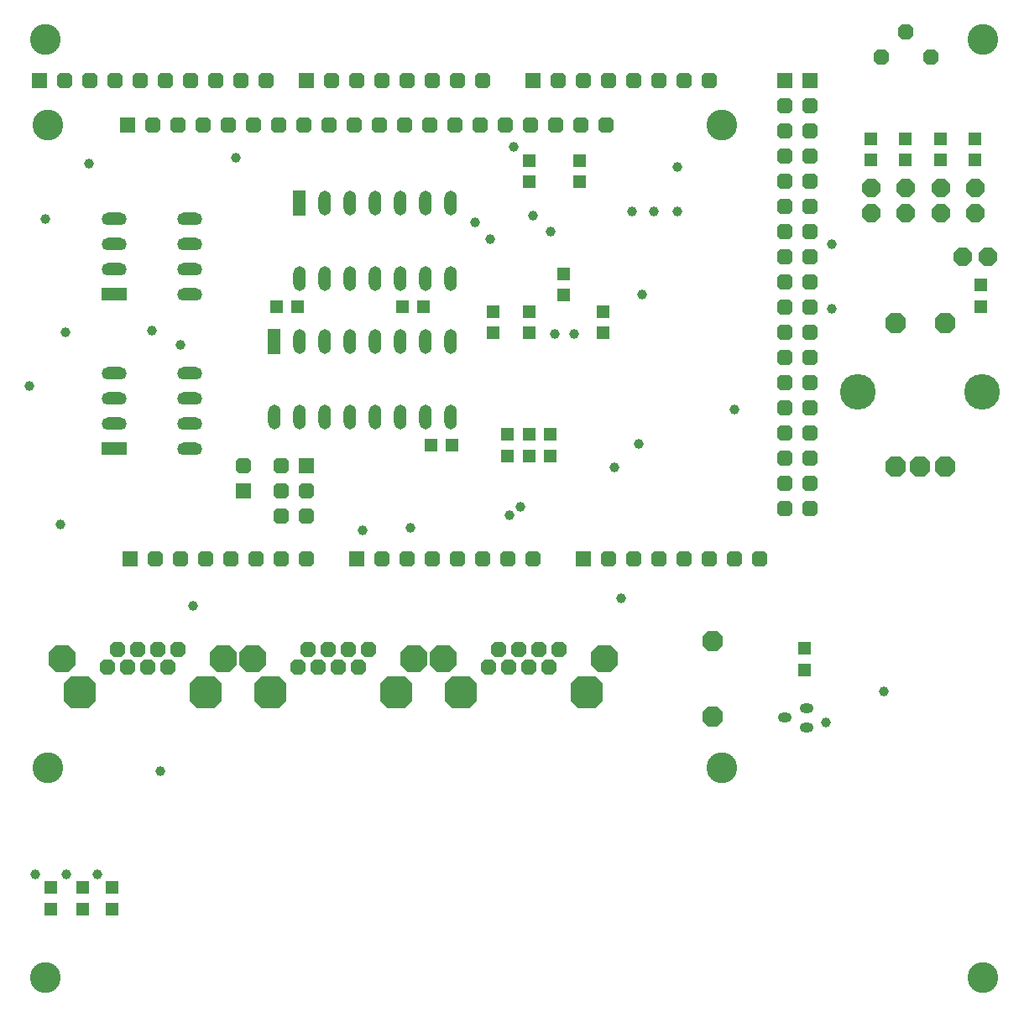
<source format=gbs>
%FSLAX35Y35*%
%MOIN*%
%IN4=Loetstoppmaskeunten(X.GBS)*%
%ADD10C,0.00591*%
%ADD11C,0.00614*%
%ADD12C,0.00768*%
%ADD13C,0.00787*%
%ADD14C,0.01024*%
%ADD15C,0.01181*%
%ADD16C,0.01280*%
%ADD17C,0.01535*%
%ADD18C,0.01575*%
%ADD19C,0.01969*%
%ADD20C,0.02362*%
%ADD21C,0.02795*%
%ADD22C,0.03937*%
%ADD23C,0.12205*%
%ADD24C,0.13780*%
%ADD25C,0.14173*%
%AMR_26*21,1,0.01181,0.01181,0,0,0.000*%
%ADD26R_26*%
%AMR_27*21,1,0.01250,0.01250,0,0,0.000*%
%ADD27R_27*%
%AMR_28*21,1,0.01280,0.01280,0,0,0.000*%
%ADD28R_28*%
%AMR_29*21,1,0.01476,0.01476,0,0,0.000*%
%ADD29R_29*%
%AMR_30*21,1,0.01575,0.01575,0,0,0.000*%
%ADD30R_30*%
%AMR_31*21,1,0.01772,0.01772,0,0,0.000*%
%ADD31R_31*%
%AMR_32*21,1,0.01969,0.01969,0,0,0.000*%
%ADD32R_32*%
%AMR_33*21,1,0.02657,0.02657,0,0,0.000*%
%ADD33R_33*%
%AMR_34*21,1,0.04587,0.05433,0,0,90.000*%
%ADD34R_34*%
%AMR_35*21,1,0.05000,0.05000,0,0,0.000*%
%ADD35R_35*%
%AMR_36*21,1,0.05000,0.05000,0,0,90.000*%
%ADD36R_36*%
%AMR_37*21,1,0.05000,0.05000,0,0,180.000*%
%ADD37R_37*%
%AMR_38*21,1,0.05000,0.05000,0,0,270.000*%
%ADD38R_38*%
%AMR_39*21,1,0.05000,0.09843,0,0,0.000*%
%ADD39R_39*%
%AMR_40*21,1,0.05000,0.10000,0,0,90.000*%
%ADD40R_40*%
%AMR_41*21,1,0.12205,0.05118,0,0,90.000*%
%ADD41R_41*%
%AMR_42*21,1,0.12205,0.05118,0,0,180.000*%
%ADD42R_42*%
%AMR_43*21,1,0.19685,0.19685,0,0,0.000*%
%ADD43R_43*%
%AMOCT_44*4,1,8,0.029528,0.014764,0.014764,0.029528,-0.014764,0.029528,-0.029528,0.014764,-0.029528,-0.014764,-0.014764,-0.029528,0.014764,-0.029528,0.029528,-0.014764,0.029528,0.014764,0.000*%
%ADD44OCT_44*%
%AMOCT_45*4,1,8,0.029528,0.014764,0.014764,0.029528,-0.014764,0.029528,-0.029528,0.014764,-0.029528,-0.014764,-0.014764,-0.029528,0.014764,-0.029528,0.029528,-0.014764,0.029528,0.014764,180.000*%
%ADD45OCT_45*%
%AMOCT_46*4,1,8,0.031496,0.015748,0.015748,0.031496,-0.015748,0.031496,-0.031496,0.015748,-0.031496,-0.015748,-0.015748,-0.031496,0.015748,-0.031496,0.031496,-0.015748,0.031496,0.015748,-0.000*%
%ADD46OCT_46*%
%AMOCT_47*4,1,8,0.031496,0.015748,0.015748,0.031496,-0.015748,0.031496,-0.031496,0.015748,-0.031496,-0.015748,-0.015748,-0.031496,0.015748,-0.031496,0.031496,-0.015748,0.031496,0.015748,90.000*%
%ADD47OCT_47*%
%AMOCT_48*4,1,8,0.031496,0.015748,0.015748,0.031496,-0.015748,0.031496,-0.031496,0.015748,-0.031496,-0.015748,-0.015748,-0.031496,0.015748,-0.031496,0.031496,-0.015748,0.031496,0.015748,270.000*%
%ADD48OCT_48*%
%AMOCT_49*4,1,8,0.035433,0.017717,0.017717,0.035433,-0.017717,0.035433,-0.035433,0.017717,-0.035433,-0.017717,-0.017717,-0.035433,0.017717,-0.035433,0.035433,-0.017717,0.035433,0.017717,180.000*%
%ADD49OCT_49*%
%AMOCT_50*4,1,8,0.035433,0.017717,0.017717,0.035433,-0.017717,0.035433,-0.035433,0.017717,-0.035433,-0.017717,-0.017717,-0.035433,0.017717,-0.035433,0.035433,-0.017717,0.035433,0.017717,270.000*%
%ADD50OCT_50*%
%AMOCT_51*4,1,8,0.039370,0.019685,0.019685,0.039370,-0.019685,0.039370,-0.039370,0.019685,-0.039370,-0.019685,-0.019685,-0.039370,0.019685,-0.039370,0.039370,-0.019685,0.039370,0.019685,0.000*%
%ADD51OCT_51*%
%AMOCT_52*4,1,8,0.039370,0.019685,0.019685,0.039370,-0.019685,0.039370,-0.039370,0.019685,-0.039370,-0.019685,-0.019685,-0.039370,0.019685,-0.039370,0.039370,-0.019685,0.039370,0.019685,270.000*%
%ADD52OCT_52*%
%AMOCT_53*4,1,8,0.053150,0.026575,0.026575,0.053150,-0.026575,0.053150,-0.053150,0.026575,-0.053150,-0.026575,-0.026575,-0.053150,0.026575,-0.053150,0.053150,-0.026575,0.053150,0.026575,180.000*%
%ADD53OCT_53*%
%AMOCT_54*4,1,8,0.064961,0.032480,0.032480,0.064961,-0.032480,0.064961,-0.064961,0.032480,-0.064961,-0.032480,-0.032480,-0.064961,0.032480,-0.064961,0.064961,-0.032480,0.064961,0.032480,180.000*%
%ADD54OCT_54*%
%AMO_55*20,1,0.03937,-0.00787,0.00000,0.00787,0.00000,0*1,1,0.03937,-0.00787,0.00000*1,1,0.03937,0.00787,0.00000*%
%ADD55O_55*%
%AMO_56*20,1,0.05000,0.00000,-0.02421,0.00000,0.02421,0*1,1,0.05000,0.00000,-0.02421*1,1,0.05000,0.00000,0.02421*%
%ADD56O_56*%
%AMO_57*20,1,0.05000,0.02500,0.00000,-0.02500,0.00000,0*1,1,0.05000,0.02500,0.00000*1,1,0.05000,-0.02500,0.00000*%
%ADD57O_57*%
%AMRR_58*21,1,0.06299,0.05039,0,0,-0.000*21,1,0.05039,0.06299,0,0,-0.000*1,1,0.01260,0.02520,0.02520*1,1,0.01260,-0.02520,-0.02520*1,1,0.01260,0.02520,-0.02520*1,1,0.01260,-0.02520,0.02520*%
%ADD58RR_58*%
%AMRR_59*21,1,0.06299,0.05039,0,0,90.000*21,1,0.05039,0.06299,0,0,90.000*1,1,0.01260,-0.02520,0.02520*1,1,0.01260,0.02520,-0.02520*1,1,0.01260,0.02520,0.02520*1,1,0.01260,-0.02520,-0.02520*%
%ADD59RR_59*%
%AMRR_60*21,1,0.06299,0.05039,0,0,270.000*21,1,0.05039,0.06299,0,0,270.000*1,1,0.01260,0.02520,-0.02520*1,1,0.01260,-0.02520,0.02520*1,1,0.01260,-0.02520,-0.02520*1,1,0.01260,0.02520,0.02520*%
%ADD60RR_60*%
G54D22*
X196850Y340600D03*
X56299Y92401D03*
X343725Y124350D03*
X320600Y111850D03*
X247650Y281850D03*
X10600Y311850D03*
X18725Y266850D03*
X220590Y266225D03*
X213100Y266225D03*
X86225Y336225D03*
X261850Y332475D03*
X261537Y314975D03*
X4350Y245600D03*
X16850Y190600D03*
X155600Y189350D03*
X136850Y188100D03*
X69350Y158100D03*
X6825Y51675D03*
X19109Y51397D03*
X31338Y51397D03*
X28100Y334037D03*
X284350Y236225D03*
X323100Y301850D03*
X323100Y276225D03*
X239350Y161225D03*
X187475Y303725D03*
X211225Y306850D03*
X252475Y314975D03*
X194975Y194350D03*
X199350Y197475D03*
X246225Y222475D03*
X236850Y213100D03*
X181225Y310600D03*
X204350Y313100D03*
X243725Y314975D03*
X64350Y261850D03*
X53100Y267475D03*
G54D23*
X11742Y93759D03*
X11742Y349350D03*
X279458Y93759D03*
X383100Y10600D03*
X10600Y10600D03*
X10600Y383100D03*
X383100Y383100D03*
X279458Y349350D03*
G54D25*
X333494Y243100D03*
X382706Y243100D03*
G54D36*
X338725Y343550D03*
X338725Y335150D03*
X352475Y343550D03*
X352475Y335150D03*
X366225Y343550D03*
X366225Y335150D03*
X379975Y343550D03*
X379975Y335150D03*
X188725Y274800D03*
X188725Y266400D03*
X211225Y226050D03*
X211225Y217650D03*
X203100Y226050D03*
X203100Y217650D03*
X194350Y226050D03*
X194350Y217650D03*
G54D37*
X152650Y276850D03*
X161050Y276850D03*
X163900Y221850D03*
X172300Y221850D03*
X102650Y276850D03*
X111050Y276850D03*
G54D38*
X223100Y326400D03*
X223100Y334800D03*
X203100Y326400D03*
X203100Y334800D03*
X382475Y277025D03*
X382475Y285425D03*
X37475Y37650D03*
X37475Y46050D03*
X25600Y37650D03*
X25600Y46050D03*
X13100Y37650D03*
X13100Y46050D03*
X312475Y132650D03*
X312475Y141050D03*
X216850Y281400D03*
X216850Y289800D03*
X203100Y266400D03*
X203100Y274800D03*
X232475Y266400D03*
X232475Y274800D03*
G54D39*
X101850Y263100D03*
X111850Y318100D03*
G54D40*
X38100Y220600D03*
X38100Y281850D03*
G54D44*
X342632Y376225D03*
X352475Y386225D03*
X362317Y376225D03*
G54D45*
X135014Y133725D03*
X139030Y140733D03*
X126983Y133725D03*
X130999Y140733D03*
X118951Y133725D03*
X122967Y140733D03*
X110920Y133725D03*
X114936Y140733D03*
X210639Y133725D03*
X214655Y140733D03*
X202608Y133725D03*
X206624Y140733D03*
X194576Y133725D03*
X198592Y140733D03*
X186545Y133725D03*
X190561Y140733D03*
X59389Y133725D03*
X63405Y140733D03*
X51358Y133725D03*
X55374Y140733D03*
X43326Y133725D03*
X47342Y140733D03*
X35295Y133725D03*
X39311Y140733D03*
G54D46*
X18350Y366850D03*
X28350Y366850D03*
X38350Y366850D03*
X48350Y366850D03*
X58350Y366850D03*
X68350Y366850D03*
X78350Y366850D03*
X88350Y366850D03*
X98350Y366850D03*
X54350Y176850D03*
X64350Y176850D03*
X74350Y176850D03*
X84350Y176850D03*
X94350Y176850D03*
X104350Y176850D03*
X114350Y176850D03*
X144350Y176850D03*
X154350Y176850D03*
X164350Y176850D03*
X174350Y176850D03*
X184350Y176850D03*
X194350Y176850D03*
X204350Y176850D03*
X234350Y176850D03*
X244350Y176850D03*
X254350Y176850D03*
X264350Y176850D03*
X274350Y176850D03*
X284350Y176850D03*
X294350Y176850D03*
X214350Y366850D03*
X224350Y366850D03*
X234350Y366850D03*
X244350Y366850D03*
X254350Y366850D03*
X264350Y366850D03*
X274350Y366850D03*
X124350Y366850D03*
X134350Y366850D03*
X144350Y366850D03*
X154350Y366850D03*
X164350Y366850D03*
X174350Y366850D03*
X184350Y366850D03*
X53346Y349350D03*
X63346Y349350D03*
X73346Y349350D03*
X83346Y349350D03*
X93346Y349350D03*
X103346Y349350D03*
X113346Y349350D03*
X123346Y349350D03*
X133346Y349350D03*
X143346Y349350D03*
X153346Y349350D03*
X163346Y349350D03*
X173346Y349350D03*
X183346Y349350D03*
X193346Y349350D03*
X203346Y349350D03*
X213346Y349350D03*
X223346Y349350D03*
X233346Y349350D03*
G54D47*
X89350Y214037D03*
G54D48*
X304350Y356850D03*
X304350Y346850D03*
X304350Y336850D03*
X304350Y326850D03*
X304350Y316850D03*
X304350Y306850D03*
X304350Y296850D03*
X304350Y286850D03*
X304350Y276850D03*
X304350Y266850D03*
X304350Y256850D03*
X304350Y246850D03*
X304350Y236850D03*
X304350Y226850D03*
X304350Y216850D03*
X304350Y206850D03*
X304350Y196850D03*
X314350Y356850D03*
X314350Y346850D03*
X314350Y336850D03*
X314350Y326850D03*
X314350Y316850D03*
X314350Y306850D03*
X314350Y296850D03*
X314350Y286850D03*
X314350Y276850D03*
X314350Y266850D03*
X314350Y256850D03*
X314350Y246850D03*
X314350Y236850D03*
X314350Y226850D03*
X314350Y216850D03*
X314350Y206850D03*
X314350Y196850D03*
X104350Y213725D03*
X114350Y203725D03*
X104350Y203725D03*
X114350Y193725D03*
X104350Y193725D03*
G54D49*
X384975Y296850D03*
X374975Y296850D03*
G54D50*
X338725Y324350D03*
X338725Y314350D03*
X352475Y324350D03*
X352475Y314350D03*
X366225Y324350D03*
X366225Y314350D03*
X379975Y324350D03*
X379975Y314350D03*
G54D51*
X348257Y213572D03*
X358100Y213572D03*
X367942Y213572D03*
X348257Y270659D03*
X367942Y270659D03*
G54D52*
X275600Y144350D03*
X275600Y114350D03*
G54D53*
X92987Y137229D03*
X156963Y137229D03*
X168612Y137229D03*
X232588Y137229D03*
X17362Y137229D03*
X81338Y137229D03*
G54D54*
X149975Y123725D03*
X99975Y123725D03*
X225600Y123725D03*
X175600Y123725D03*
X74350Y123725D03*
X24350Y123725D03*
G54D55*
X313056Y117465D03*
X313056Y109985D03*
X304394Y113725D03*
G54D56*
X111850Y263100D03*
X121850Y263100D03*
X131850Y263100D03*
X141850Y263100D03*
X151850Y263100D03*
X161850Y263100D03*
X171850Y263100D03*
X171850Y233100D03*
X161850Y233100D03*
X151850Y233100D03*
X141850Y233100D03*
X131850Y233100D03*
X121850Y233100D03*
X111850Y233100D03*
X101850Y233100D03*
X121850Y318100D03*
X131850Y318100D03*
X141850Y318100D03*
X151850Y318100D03*
X161850Y318100D03*
X171850Y318100D03*
X171850Y288100D03*
X161850Y288100D03*
X151850Y288100D03*
X141850Y288100D03*
X131850Y288100D03*
X121850Y288100D03*
X111850Y288100D03*
G54D57*
X38100Y230600D03*
X38100Y240600D03*
X38100Y250600D03*
X68100Y250600D03*
X68100Y240600D03*
X68100Y230600D03*
X68100Y220600D03*
X38100Y291850D03*
X38100Y301850D03*
X38100Y311850D03*
X68100Y311850D03*
X68100Y301850D03*
X68100Y291850D03*
X68100Y281850D03*
G54D58*
X8350Y366850D03*
X44350Y176850D03*
X134350Y176850D03*
X224350Y176850D03*
X204350Y366850D03*
X114350Y366850D03*
X43346Y349350D03*
G54D59*
X89350Y204037D03*
G54D60*
X304350Y366850D03*
X314350Y366850D03*
X114350Y213725D03*
M02*

</source>
